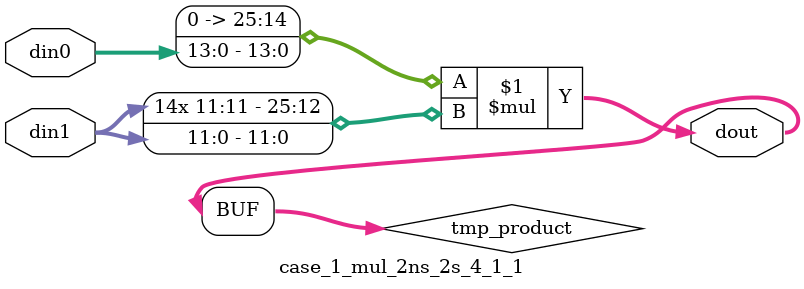
<source format=v>

`timescale 1 ns / 1 ps

 (* use_dsp = "no" *)  module case_1_mul_2ns_2s_4_1_1(din0, din1, dout);
parameter ID = 1;
parameter NUM_STAGE = 0;
parameter din0_WIDTH = 14;
parameter din1_WIDTH = 12;
parameter dout_WIDTH = 26;

input [din0_WIDTH - 1 : 0] din0; 
input [din1_WIDTH - 1 : 0] din1; 
output [dout_WIDTH - 1 : 0] dout;

wire signed [dout_WIDTH - 1 : 0] tmp_product;

























assign tmp_product = $signed({1'b0, din0}) * $signed(din1);










assign dout = tmp_product;





















endmodule

</source>
